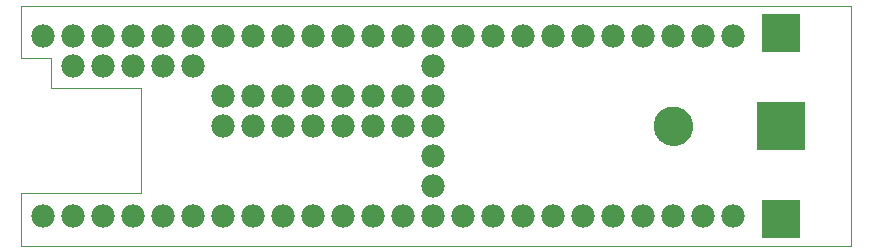
<source format=gts>
G75*
%MOIN*%
%OFA0B0*%
%FSLAX24Y24*%
%IPPOS*%
%LPD*%
%AMOC8*
5,1,8,0,0,1.08239X$1,22.5*
%
%ADD10C,0.0000*%
%ADD11C,0.1300*%
%ADD12C,0.0780*%
%ADD13R,0.1600X0.1600*%
%ADD14R,0.1290X0.1290*%
D10*
X001423Y003543D02*
X001423Y005293D01*
X005423Y005293D01*
X005423Y008793D01*
X002423Y008793D01*
X002423Y009793D01*
X001423Y009793D01*
X001423Y011539D01*
X001423Y011543D01*
X001423Y011539D02*
X029082Y011539D01*
X029082Y003543D01*
X001423Y003543D01*
X022543Y007543D02*
X022545Y007593D01*
X022551Y007643D01*
X022561Y007692D01*
X022575Y007740D01*
X022592Y007787D01*
X022613Y007832D01*
X022638Y007876D01*
X022666Y007917D01*
X022698Y007956D01*
X022732Y007993D01*
X022769Y008027D01*
X022809Y008057D01*
X022851Y008084D01*
X022895Y008108D01*
X022941Y008129D01*
X022988Y008145D01*
X023036Y008158D01*
X023086Y008167D01*
X023135Y008172D01*
X023186Y008173D01*
X023236Y008170D01*
X023285Y008163D01*
X023334Y008152D01*
X023382Y008137D01*
X023428Y008119D01*
X023473Y008097D01*
X023516Y008071D01*
X023557Y008042D01*
X023596Y008010D01*
X023632Y007975D01*
X023664Y007937D01*
X023694Y007897D01*
X023721Y007854D01*
X023744Y007810D01*
X023763Y007764D01*
X023779Y007716D01*
X023791Y007667D01*
X023799Y007618D01*
X023803Y007568D01*
X023803Y007518D01*
X023799Y007468D01*
X023791Y007419D01*
X023779Y007370D01*
X023763Y007322D01*
X023744Y007276D01*
X023721Y007232D01*
X023694Y007189D01*
X023664Y007149D01*
X023632Y007111D01*
X023596Y007076D01*
X023557Y007044D01*
X023516Y007015D01*
X023473Y006989D01*
X023428Y006967D01*
X023382Y006949D01*
X023334Y006934D01*
X023285Y006923D01*
X023236Y006916D01*
X023186Y006913D01*
X023135Y006914D01*
X023086Y006919D01*
X023036Y006928D01*
X022988Y006941D01*
X022941Y006957D01*
X022895Y006978D01*
X022851Y007002D01*
X022809Y007029D01*
X022769Y007059D01*
X022732Y007093D01*
X022698Y007130D01*
X022666Y007169D01*
X022638Y007210D01*
X022613Y007254D01*
X022592Y007299D01*
X022575Y007346D01*
X022561Y007394D01*
X022551Y007443D01*
X022545Y007493D01*
X022543Y007543D01*
D11*
X023173Y007543D03*
D12*
X023173Y004543D03*
X024173Y004543D03*
X025173Y004543D03*
X022173Y004543D03*
X021173Y004543D03*
X020173Y004543D03*
X019173Y004543D03*
X018173Y004543D03*
X017173Y004543D03*
X016173Y004543D03*
X015173Y004543D03*
X014173Y004543D03*
X013173Y004543D03*
X012173Y004543D03*
X011173Y004543D03*
X010173Y004543D03*
X009173Y004543D03*
X008173Y004543D03*
X007173Y004543D03*
X006173Y004543D03*
X005173Y004543D03*
X004173Y004543D03*
X003173Y004543D03*
X002173Y004543D03*
X008173Y007543D03*
X009173Y007543D03*
X010173Y007543D03*
X011173Y007543D03*
X012173Y007543D03*
X013173Y007543D03*
X014173Y007543D03*
X015173Y007543D03*
X015173Y006543D03*
X015173Y005543D03*
X015173Y008543D03*
X014173Y008543D03*
X013173Y008543D03*
X012173Y008543D03*
X011173Y008543D03*
X010173Y008543D03*
X009173Y008543D03*
X008173Y008543D03*
X007173Y009543D03*
X006173Y009543D03*
X005173Y009543D03*
X004173Y009543D03*
X003173Y009543D03*
X003173Y010543D03*
X004173Y010543D03*
X005173Y010543D03*
X006173Y010543D03*
X007173Y010543D03*
X008173Y010543D03*
X009173Y010543D03*
X010173Y010543D03*
X011173Y010543D03*
X012173Y010543D03*
X013173Y010543D03*
X014173Y010543D03*
X015173Y010543D03*
X016173Y010543D03*
X017173Y010543D03*
X018173Y010543D03*
X019173Y010543D03*
X020173Y010543D03*
X021173Y010543D03*
X022173Y010543D03*
X023173Y010543D03*
X024173Y010543D03*
X025173Y010543D03*
X015173Y009543D03*
X002173Y010543D03*
D13*
X026773Y007543D03*
D14*
X026773Y004443D03*
X026773Y010643D03*
M02*

</source>
